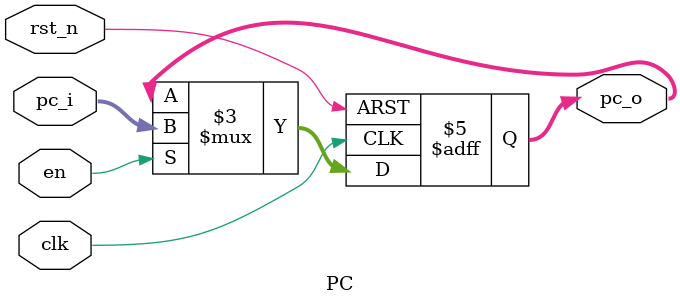
<source format=v>
module PC(
    input clk,
    input rst_n,
    input en,
    input [31:0] pc_i,
    output reg [31:0] pc_o
);

always @(posedge clk or negedge rst_n) begin
    if(~rst_n) pc_o <= 32'b0;
    else if(en) pc_o <= pc_i;
end

endmodule

</source>
